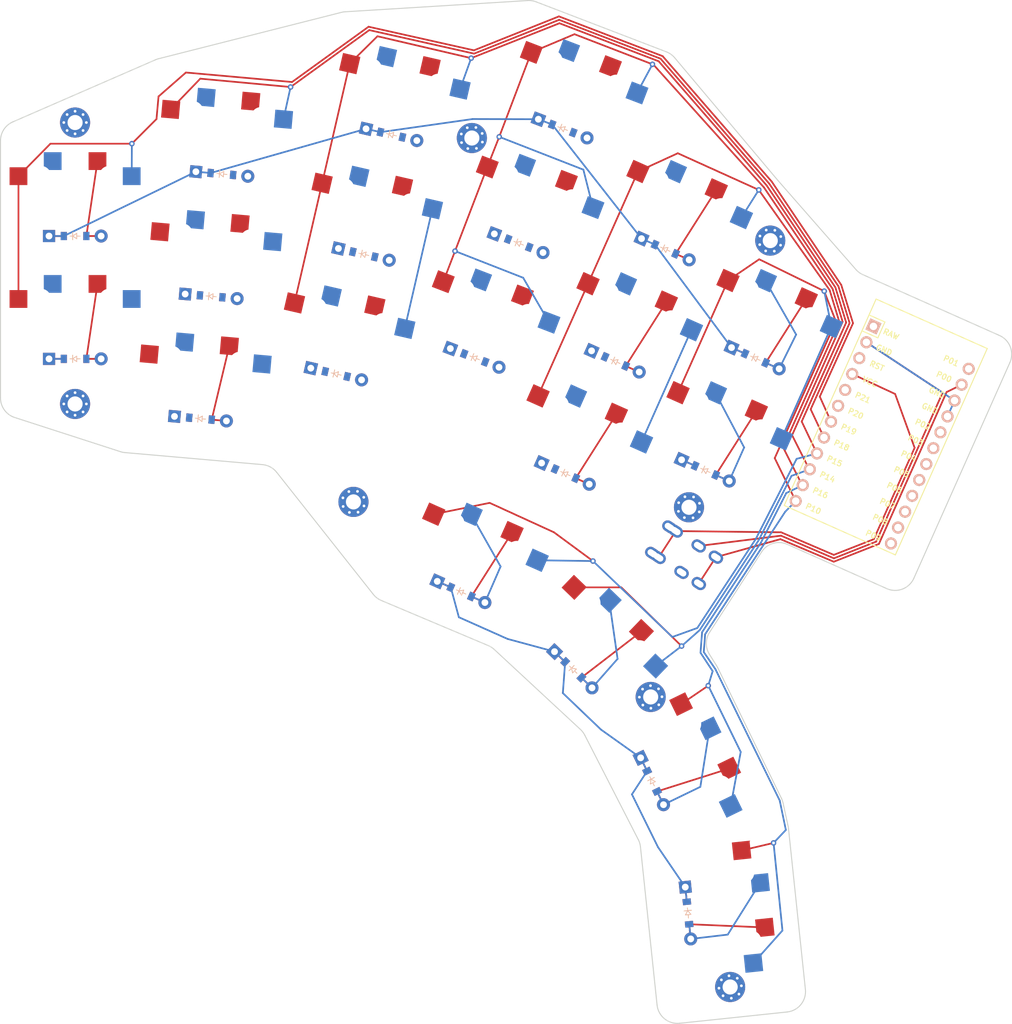
<source format=kicad_pcb>
(kicad_pcb (version 20240108) (generator "pcbnew") (generator_version "8.0")
  (title_block (title "swallowtail_split") (rev "v1.0.0") (company "Unknown"))
  (layers (0 "F.Cu" signal) (31 "B.Cu" signal) (34 "B.Paste" user) (35 "F.Paste" user) (36 "B.SilkS" user "B.Silkscreen") (37 "F.SilkS" user "F.Silkscreen") (38 "B.Mask" user) (39 "F.Mask" user) (44 "Edge.Cuts" user))
  (net 0 "")
  (net 1 "outer_home")
  (net 2 "P19")
  (net 3 "outer_top")
  (net 4 "pinky_bottom")
  (net 5 "P18")
  (net 6 "pinky_home")
  (net 7 "pinky_top")
  (net 8 "ring_bottom")
  (net 9 "P15")
  (net 10 "ring_home")
  (net 11 "ring_top")
  (net 12 "middle_bottom")
  (net 13 "P14")
  (net 14 "middle_home")
  (net 15 "middle_top")
  (net 16 "index_bottom")
  (net 17 "P16")
  (net 18 "index_home")
  (net 19 "index_top")
  (net 20 "inner_home")
  (net 21 "P10")
  (net 22 "inner_top")
  (net 23 "near_thumb")
  (net 24 "home_thumb")
  (net 25 "far_thumb")
  (net 26 "farthest_thumb")
  (net 27 "P7")
  (net 28 "P6")
  (net 29 "P8")
  (net 30 "P9")
  (net 31 "RAW")
  (net 32 "GND")
  (net 33 "RST")
  (net 34 "VCC")
  (net 35 "P21")
  (net 36 "P20")
  (net 37 "P1")
  (net 38 "P0")
  (net 39 "P2")
  (net 40 "P3")
  (net 41 "P4")
  (net 42 "P5")
  (footprint "PG1350" (layer "F.Cu") (at 118.761467 90.811416 -5)
    (property "Reference" "S3" (hide yes))
    (property "Value" "" (hide yes))
  )
  (footprint "ComboDiode" (layer "F.Cu") (at 158.411009 86.907791 -21)
    (property "Reference" "D9" (hide yes))
    (property "Value" "" (hide yes))
  )
  (footprint "ComboDiode" (layer "F.Cu") (at 156.425827 121.115808 -24)
    (property "Reference" "D17" (hide yes))
    (property "Value" "" (hide yes))
  )
  (footprint "MountingHole_2.2mm_M2_Pad_Via" (layer "F.Cu") (at 100 93.64)
    (property "Reference" "_1" (hide yes))
    (property "Value" "")
  )
  (footprint "MountingHole_2.2mm_M2_Pad_Via" (layer "F.Cu") (at 189.737287 108.745314 -24)
    (property "Reference" "_6" (hide yes))
    (property "Value" "")
  )
  (footprint "PG1350" (layer "F.Cu") (at 139.290672 84.393551 -13)
    (property "Reference" "S6" (hide yes))
    (property "Value" "" (hide yes))
  )
  (footprint "ComboDiode" (layer "F.Cu") (at 199.437956 86.957255 -24)
    (property "Reference" "D16" (hide yes))
    (property "Value" "" (hide yes))
  )
  (footprint "ProMicro" (layer "F.Cu") (at 217.980994 98.168666 -114)
    (property "Reference" "MCU1" (hide yes))
    (property "Value" "" (hide yes))
  )
  (footprint "ComboDiode" (layer "F.Cu") (at 184.342748 148.788062 -64)
    (property "Reference" "D19" (hide yes))
    (property "Value" "" (hide yes))
  )
  (footprint "ComboDiode" (layer "F.Cu") (at 100 87.05)
    (property "Reference" "D1" (hide yes))
    (property "Value" "" (hide yes))
  )
  (footprint "MountingHole_2.2mm_M2_Pad_Via" (layer "F.Cu") (at 100 52.51)
    (property "Reference" "_2" (hide yes))
    (property "Value" "")
  )
  (footprint "PG1350" (layer "F.Cu") (at 143.328543 66.903609 -13)
    (property "Reference" "S7" (hide yes))
    (property "Value" "" (hide yes))
  )
  (footprint "MountingHole_2.2mm_M2_Pad_Via" (layer "F.Cu") (at 140.691219 107.955571 -21)
    (property "Reference" "_3" (hide yes))
    (property "Value" "")
  )
  (footprint "MountingHole_2.2mm_M2_Pad_Via" (layer "F.Cu") (at 201.617989 69.767853 -24)
    (property "Reference" "_5" (hide yes))
    (property "Value" "")
  )
  (footprint "PG1350" (layer "F.Cu") (at 120.325913 72.929721 -5)
    (property "Reference" "S4" (hide yes))
    (property "Value" "" (hide yes))
  )
  (footprint "PG1350" (layer "F.Cu") (at 188.313025 66.460282 -24)
    (property "Reference" "S14" (hide yes))
    (property "Value" "" (hide yes))
  )
  (footprint "PG1350" (layer "F.Cu") (at 188.836718 146.596206 -64)
    (property "Reference" "S19" (hide yes))
    (property "Value" "" (hide yes))
  )
  (footprint "ComboDiode" (layer "F.Cu") (at 186.279342 71.028009 -24)
    (property "Reference" "D14" (hide yes))
    (property "Value" "" (hide yes))
  )
  (footprint "ComboDiode" (layer "F.Cu") (at 178.978419 87.42615 -24)
    (property "Reference" "D13" (hide yes))
    (property "Value" "" (hide yes))
  )
  (footprint "ComboDiode" (layer "F.Cu") (at 142.203788 71.775459 -13)
    (property "Reference" "D7" (hide yes))
    (property "Value" "" (hide yes))
  )
  (footprint "PG1350" (layer "F.Cu") (at 173.068258 48.724352 -21)
    (property "Reference" "S11" (hide yes))
    (property "Value" "" (hide yes))
  )
  (footprint "MountingHole_2.2mm_M2_Pad_Via" (layer "F.Cu") (at 184.138065 136.465759 -44)
    (property "Reference" "_7" (hide yes))
    (property "Value" "")
  )
  (footprint "PG1350" (layer "F.Cu") (at 147.366415 49.413666 -13)
    (property "Reference" "S8" (hide yes))
    (property "Value" "" (hide yes))
  )
  (footprint "PG1350" (layer "F.Cu") (at 121.890358 55.048026 -5)
    (property "Reference" "S5" (hide yes))
    (property "Value" "" (hide yes))
  )
  (footprint "PG1350" (layer "F.Cu") (at 100 82.05)
    (property "Reference" "S1" (hide yes))
    (property "Value" "" (hide yes))
  )
  (footprint "MountingHole_2.2mm_M2_Pad_Via" (layer "F.Cu") (at 157.998686 54.775837 -21)
    (property "Reference" "_4" (hide yes))
    (property "Value" "")
  )
  (footprint "ComboDiode" (layer "F.Cu") (at 164.843714 70.150022 -21)
    (property "Reference" "D10" (hide yes))
    (property "Value" "" (hide yes))
  )
  (footprint "ComboDiode" (layer "F.Cu") (at 138.165917 89.265402 -13)
    (property "Reference" "D6" (hide yes))
    (property "Value" "" (hide yes))
  )
  (footprint "PG1350" (layer "F.Cu") (at 173.71118 99.256564 -24)
    (property "Reference" "S12" (hide yes))
    (property "Value" "" (hide yes))
  )
  (footprint "MountingHole_2.2mm_M2_Pad_Via" (layer "F.Cu") (at 195.75706 178.857151 -84)
    (property "Reference" "_8" (hide yes))
    (property "Value" "")
  )
  (footprint "ComboDiode" (layer "F.Cu") (at 119.890134 77.910695 -5)
    (property "Reference" "D4" (hide yes))
    (property "Value" "" (hide yes))
  )
  (footprint "PG1350" (layer "F.Cu") (at 160.202849 82.239889 -21)
    (property "Reference" "S9" (hide yes))
    (property "Value" "" (hide yes))
  )
  (footprint "ComboDiode" (layer "F.Cu") (at 100 69.1)
    (property "Reference" "D2" (hide yes))
    (property "Value" "" (hide yes))
  )
  (footprint "PG1350" (layer "F.Cu") (at 100 64.1)
    (property "Reference" "S2" (hide yes))
    (property "Value" "" (hide yes))
  )
  (footprint "ComboDiode" (layer "F.Cu") (at 172.82397 132.490682 -44)
    (property "Reference" "D18" (hide yes))
    (property "Value" "" (hide yes))
  )
  (footprint "ComboDiode" (layer "F.Cu") (at 121.45458 60.029 -5)
    (property "Reference" "D5" (hide yes))
    (property "Value" "" (hide yes))
  )
  (footprint "ComboDiode" (layer "F.Cu") (at 189.592826 168.042243 -84)
    (property "Reference" "D20" (hide yes))
    (property "Value" "" (hide yes))
  )
  (footprint "TRRS-PJ-320A-dual" (layer "F.Cu") (at 193.851156 121.632753 -123)
    (property "Reference" "TRRS1")
    (property "Value" "TRRS-PJ-320A-dual")
  )
  (footprint "PG1350" (layer "F.Cu") (at 194.170716 98.787669 -24)
    (property "Reference" "S15" (hide yes))
    (property "Value" "" (hide yes))
  )
  (footprint "ComboDiode" (layer "F.Cu") (at 171.276419 53.392254 -21)
    (property "Reference" "D11" (hide yes))
    (property "Value" "" (hide yes))
  )
  (footprint "ComboDiode" (layer "F.Cu") (at 146.241659 54.285516 -13)
    (property "Reference" "D8" (hide yes))
    (property "Value" "" (hide yes))
  )
  (footprint "PG1350" (layer "F.Cu") (at 158.45951 116.548081 -24)
    (property "Reference" "S17" (hide yes))
    (property "Value" "" (hide yes))
  )
  (footprint "ComboDiode" (layer "F.Cu") (at 171.677496 103.824291 -24)
    (property "Reference" "D12" (hide yes))
    (property "Value" "" (hide yes))
  )
  (footprint "PG1350" (layer "F.Cu") (at 176.297262 128.893983 -44)
    (property "Reference" "S18" (hide yes))
    (property "Value" "" (hide yes))
  )
  (footprint "ComboDiode" (layer "F.Cu") (at 118.325689 95.792389 -5)
    (property "Reference" "D3" (hide yes))
    (property "Value" "" (hide yes))
  )
  (footprint "PG1350" (layer "F.Cu") (at 194.565436 167.519601 -84)
    (property "Reference" "S20" (hide yes))
    (property "Value" "" (hide yes))
  )
  (footprint "PG1350" (layer "F.Cu") (at 181.012102 82.858423 -24)
    (property "Reference" "S13" (hide yes))
    (property "Value" "" (hide yes))
  )
  (footprint "PG1350" (layer "F.Cu") (at 201.471639 82.389528 -24)
    (property "Reference" "S16" (hide yes))
    (property "Value" "" (hide yes))
  )
  (footprint "ComboDiode" (layer "F.Cu") (at 192.137033 103.355396 -24)
    (property "Reference" "D15" (hide yes))
    (property "Value" "" (hide yes))
  )
  (footprint "PG1350" (layer "F.Cu") (at 166.635554 65.48212 -21)
    (property "Reference" "S10" (hide yes))
    (property "Value" "" (hide yes))
  )
  (gr_arc (start 222.612491 119.113216) (mid 220.946959 120.693747) (end 218.651646 120.633643) (stroke (width 0.15)) (layer "Edge.Cuts"))
  (gr_circle (center 100 93.64) (end 101 93.64) (stroke (width 0.15)) (fill none) (layer "Edge.Cuts"))
  (gr_line (start 89.1 55.166004) (end 89.1 92.766788) (stroke (width 0.15)) (layer "Edge.Cuts"))
  (gr_arc (start 203.25363 151.290481) (mid 203.391389 151.621906) (end 203.488582 151.96741) (stroke (width 0.15)) (layer "Edge.Cuts"))
  (gr_line (start 111.758095 43.3369) (end 90.902622 52.415316) (stroke (width 0.15)) (layer "Edge.Cuts"))
  (gr_line (start 235.124479 83.635052) (end 215.17193 74.751605) (stroke (width 0.15)) (layer "Edge.Cuts"))
  (gr_circle (center 189.737287 108.745314) (end 190.737287 108.745314) (stroke (width 0.15)) (fill none) (layer "Edge.Cuts"))
  (gr_arc (start 192.734368 130.246706) (mid 192.270694 128.628023) (end 192.752049 127.01451) (stroke (width 0.15)) (layer "Edge.Cuts"))
  (gr_circle (center 100 52.51) (end 101 52.51) (stroke (width 0.15)) (fill none) (layer "Edge.Cuts"))
  (gr_arc (start 166.147697 34.682171) (mid 166.787803 34.71133) (end 167.407116 34.875762) (stroke (width 0.15)) (layer "Edge.Cuts"))
  (gr_line (start 186.428342 42.177327) (end 167.407116 34.875762) (stroke (width 0.15)) (layer "Edge.Cuts"))
  (gr_line (start 202.685039 60.913417) (end 187.648571 43.046372) (stroke (width 0.15)) (layer "Edge.Cuts"))
  (gr_line (start 129.472573 103.633811) (end 143.590841 121.468967) (stroke (width 0.15)) (layer "Edge.Cuts"))
  (gr_arc (start 138.925395 36.4101) (mid 139.199772 36.354038) (end 139.478182 36.323804) (stroke (width 0.15)) (layer "Edge.Cuts"))
  (gr_line (start 188.370716 184.158274) (end 204.084162 182.506724) (stroke (width 0.15)) (layer "Edge.Cuts"))
  (gr_arc (start 160.397259 128.957484) (mid 160.859568 129.201883) (end 161.272414 129.522849) (stroke (width 0.15)) (layer "Edge.Cuts"))
  (gr_line (start 204.095541 114.152848) (end 218.651646 120.633643) (stroke (width 0.15)) (layer "Edge.Cuts"))
  (gr_arc (start 182.330487 157.320563) (mid 182.536168 157.833435) (end 182.644294 158.37533) (stroke (width 0.15)) (layer "Edge.Cuts"))
  (gr_line (start 166.147697 34.682171) (end 139.478182 36.323804) (stroke (width 0.15)) (layer "Edge.Cuts"))
  (gr_arc (start 173.873885 141.217758) (mid 174.224723 141.605537) (end 174.502895 142.048347) (stroke (width 0.15)) (layer "Edge.Cuts"))
  (gr_line (start 161.272414 129.522849) (end 173.873885 141.217757) (stroke (width 0.15)) (layer "Edge.Cuts"))
  (gr_circle (center 157.998686 54.775837) (end 158.998686 54.775837) (stroke (width 0.15)) (fill none) (layer "Edge.Cuts"))
  (gr_line (start 174.502895 142.048347) (end 182.330487 157.320563) (stroke (width 0.15)) (layer "Edge.Cuts"))
  (gr_line (start 214.135369 73.987579) (end 202.723601 60.958331) (stroke (width 0.15)) (layer "Edge.Cuts"))
  (gr_arc (start 235.124479 83.635052) (mid 236.705011 85.300585) (end 236.644906 87.595899) (stroke (width 0.15)) (layer "Edge.Cuts"))
  (gr_circle (center 201.617989 69.767853) (end 202.617989 69.767853) (stroke (width 0.15)) (fill none) (layer "Edge.Cuts"))
  (gr_circle (center 184.138065 136.465759) (end 185.138065 136.465759) (stroke (width 0.15)) (fill none) (layer "Edge.Cuts"))
  (gr_line (start 203.25363 151.290481) (end 193.927499 132.169078) (stroke (width 0.15)) (layer "Edge.Cuts"))
  (gr_line (start 193.767398 131.881919) (end 192.734368 130.246706) (stroke (width 0.15)) (layer "Edge.Cuts"))
  (gr_arc (start 91.17741 95.621403) (mid 89.674328 94.53204) (end 89.1 92.766788) (stroke (width 0.15)) (layer "Edge.Cuts"))
  (gr_line (start 138.925395 36.410099) (end 112.218371 43.179551) (stroke (width 0.15)) (layer "Edge.Cuts"))
  (gr_line (start 91.17741 95.621403) (end 106.629965 100.615555) (stroke (width 0.15)) (layer "Edge.Cuts"))
  (gr_arc (start 188.370716 184.158273) (mid 186.16917 183.506146) (end 185.073565 181.488294) (stroke (width 0.15)) (layer "Edge.Cuts"))
  (gr_arc (start 202.723601 60.958331) (mid 202.704209 60.935969) (end 202.685039 60.913417) (stroke (width 0.15)) (layer "Edge.Cuts"))
  (gr_line (start 192.752049 127.01451) (end 200.356731 115.263561) (stroke (width 0.15)) (layer "Edge.Cuts"))
  (gr_line (start 107.291088 100.749524) (end 127.381823 102.507236) (stroke (width 0.15)) (layer "Edge.Cuts"))
  (gr_arc (start 107.291088 100.749524) (mid 106.956749 100.701181) (end 106.629965 100.615555) (stroke (width 0.15)) (layer "Edge.Cuts"))
  (gr_arc (start 89.1 55.166004) (mid 89.590803 53.52164) (end 90.902622 52.415316) (stroke (width 0.15)) (layer "Edge.Cuts"))
  (gr_arc (start 215.17193 74.751606) (mid 214.612173 74.425864) (end 214.135369 73.987579) (stroke (width 0.15)) (layer "Edge.Cuts"))
  (gr_arc (start 186.428342 42.177327) (mid 187.093574 42.534458) (end 187.648571 43.046372) (stroke (width 0.15)) (layer "Edge.Cuts"))
  (gr_circle (center 195.75706 178.857151) (end 196.75706 178.857151) (stroke (width 0.15)) (fill none) (layer "Edge.Cuts"))
  (gr_arc (start 204.231342 155.379087) (mid 204.261908 155.54067) (end 204.283573 155.703685) (stroke (width 0.15)) (layer "Edge.Cuts"))
  (gr_arc (start 127.381823 102.507236) (mid 128.543426 102.854822) (end 129.472573 103.633811) (stroke (width 0.15)) (layer "Edge.Cuts"))
  (gr_arc (start 200.35673 115.263561) (mid 202.021003 114.017702) (end 204.095541 114.152848) (stroke (width 0.15)) (layer "Edge.Cuts"))
  (gr_line (start 206.754142 179.209573) (end 204.283573 155.703685) (stroke (width 0.15)) (layer "Edge.Cuts"))
  (gr_arc (start 144.777464 122.371265) (mid 144.127215 121.994995) (end 143.590841 121.468967) (stroke (width 0.15)) (layer "Edge.Cuts"))
  (gr_circle (center 140.691219 107.955571) (end 141.691219 107.955571) (stroke (width 0.15)) (fill none) (layer "Edge.Cuts"))
  (gr_arc (start 206.754142 179.209572) (mid 206.102015 181.411119) (end 204.084162 182.506724) (stroke (width 0.15)) (layer "Edge.Cuts"))
  (gr_line (start 222.612492 119.113217) (end 236.644906 87.595899) (stroke (width 0.15)) (layer "Edge.Cuts"))
  (gr_line (start 144.777464 122.371265) (end 160.39726 128.957485) (stroke (width 0.15)) (layer "Edge.Cuts"))
  (gr_line (start 182.644294 158.37533) (end 185.073565 181.488294) (stroke (width 0.15)) (layer "Edge.Cuts"))
  (gr_line (start 204.231342 155.379086) (end 203.488582 151.96741) (stroke (width 0.15)) (layer "Edge.Cuts"))
  (gr_arc (start 111.758095 43.3369) (mid 111.985039 43.248881) (end 112.218371 43.179551) (stroke (width 0.15)) (layer "Edge.Cuts"))
  (gr_arc (start 193.767398 131.881919) (mid 193.851385 132.023304) (end 193.927499 132.169078) (stroke (width 0.15)) (layer "Edge.Cuts"))
  (segment (start 101.65 87.05) (end 103.81 87.05) (width 0.25) (layer "F.Cu") (net 1))
  (segment (start 103.275 76.1) (end 101.65 87.05) (width 0.25) (layer "F.Cu") (net 1))
  (segment (start 112.2 48.7) (end 116.2 45.2) (width 0.25) (layer "F.Cu") (net 2))
  (segment (start 158.30078 41.957303) (end 170.72449 36.998743) (width 0.25) (layer "F.Cu") (net 2))
  (segment (start 208.857678 92.567272) (end 210.503222 96.229536) (width 0.25) (layer "F.Cu") (net 2))
  (segment (start 131.714911 46.589351) (end 142.899999 38.509103) (width 0.25) (layer "F.Cu") (net 2))
  (segment (start 116.2 45.2) (end 131.714911 46.589351) (width 0.25) (layer "F.Cu") (net 2))
  (segment (start 211.994875 76.244031) (end 213.714453 81.842187) (width 0.25) (layer "F.Cu") (net 2))
  (segment (start 201.830013 61.139687) (end 211.994875 76.244031) (width 0.25) (layer "F.Cu") (net 2))
  (segment (start 170.72449 36.998743) (end 185.884612 42.807065) (width 0.25) (layer "F.Cu") (net 2))
  (segment (start 108.3 55.6) (end 111.9 52) (width 0.25) (layer "F.Cu") (net 2))
  (segment (start 185.884612 42.807065) (end 201.830013 61.139687) (width 0.25) (layer "F.Cu") (net 2))
  (segment (start 142.899999 38.509103) (end 158.30078 41.957303) (width 0.25) (layer "F.Cu") (net 2))
  (segment (start 111.9 52) (end 112.2 48.7) (width 0.25) (layer "F.Cu") (net 2))
  (segment (start 213.714453 81.842187) (end 208.857678 92.567272) (width 0.25) (layer "F.Cu") (net 2))
  (segment (start 96.4 55.6) (end 91.725 60.35) (width 0.25) (layer "F.Cu") (net 2))
  (segment (start 91.725 60.35) (end 91.725 78.3) (width 0.25) (layer "F.Cu") (net 2))
  (segment (start 108.3 55.6) (end 96.4 55.6) (width 0.25) (layer "F.Cu") (net 2))
  (via (at 108.3 55.6) (size 0.8) (drill 0.4) (layers "F.Cu" "B.Cu") (net 2))
  (segment (start 108.275 60.35) (end 108.3 55.6) (width 0.25) (layer "B.Cu") (net 2))
  (segment (start 103.275 58.15) (end 101.65 69.1) (width 0.25) (layer "F.Cu") (net 3))
  (segment (start 101.65 69.1) (end 103.81 69.1) (width 0.25) (layer "F.Cu") (net 3))
  (segment (start 122.542581 85.169493) (end 119.96941 95.936196) (width 0.25) (layer "F.Cu") (net 4))
  (segment (start 119.96941 95.936196) (end 122.121191 96.124452) (width 0.25) (layer "F.Cu") (net 4))
  (segment (start 158.324014 42.439402) (end 170.761504 37.49963) (width 0.25) (layer "F.Cu") (net 5))
  (segment (start 201.465775 61.44075) (end 211.580204 76.43876) (width 0.25) (layer "F.Cu") (net 5))
  (segment (start 143 39) (end 158.324014 42.439402) (width 0.25) (layer "F.Cu") (net 5))
  (segment (start 118.3 46.1) (end 113.973681 50.591082) (width 0.25) (layer "F.Cu") (net 5))
  (segment (start 211.580204 76.43876) (end 213.216227 81.818563) (width 0.25) (layer "F.Cu") (net 5))
  (segment (start 185.578499 43.175509) (end 201.465775 61.44075) (width 0.25) (layer "F.Cu") (net 5))
  (segment (start 213.216227 81.818563) (end 207.525305 94.422029) (width 0.25) (layer "F.Cu") (net 5))
  (segment (start 170.761504 37.49963) (end 185.578499 43.175509) (width 0.25) (layer "F.Cu") (net 5))
  (segment (start 131.5 47.321212) (end 118.3 46.1) (width 0.25) (layer "F.Cu") (net 5))
  (segment (start 131.5 47.321212) (end 143 39) (width 0.25) (layer "F.Cu") (net 5))
  (segment (start 207.525305 94.422029) (end 209.470111 98.549941) (width 0.25) (layer "F.Cu") (net 5))
  (via (at 131.5 47.321212) (size 0.8) (drill 0.4) (layers "F.Cu" "B.Cu") (net 5))
  (segment (start 130.460703 52.03351) (end 131.5 47.321212) (width 0.25) (layer "B.Cu") (net 5))
  (segment (start 185.31132 43.559369) (end 201.079926 61.689963) (width 0.25) (layer "F.Cu") (net 9))
  (segment (start 212.714453 81.744532) (end 206.213681 96.210836) (width 0.25) (layer "F.Cu") (net 9))
  (segment (start 201.079926 61.689963) (end 211.137269 76.604551) (width 0.25) (layer "F.Cu") (net 9))
  (segment (start 206.213681 96.210836) (end 208.437 100.870346) (width 0.25) (layer "F.Cu") (net 9))
  (segment (start 136.109197 61.388251) (end 132.071326 78.878193) (width 0.25) (layer "F.Cu") (net 9))
  (segment (start 140.147069 43.898308) (end 144.2 39.9) (width 0.25) (layer "F.Cu") (net 9))
  (segment (start 170.8 38) (end 185.31132 43.559369) (width 0.25) (layer "F.Cu") (net 9))
  (segment (start 211.137269 76.604551) (end 212.714453 81.744532) (width 0.25) (layer "F.Cu") (net 9))
  (segment (start 170 112.4) (end 175.7 116.6) (width 0.25) (layer "F.Cu") (net 9))
  (segment (start 160.6 108.1) (end 170 112.4) (width 0.25) (layer "F.Cu") (net 9))
  (segment (start 144.2 39.9) (end 157.9 43.1) (width 0.25) (layer "F.Cu") (net 9))
  (segment (start 157.9 43.1) (end 170.8 38) (width 0.25) (layer "F.Cu") (net 9))
  (segment (start 157.9 43.1) (end 158 43.1) (width 0.25) (layer "F.Cu") (net 9))
  (segment (start 140.147069 43.898308) (end 136.109197 61.388251) (width 0.25) (layer "F.Cu") (net 9))
  (segment (start 152.425184 109.75654) (end 160.6 108.1) (width 0.25) (layer "F.Cu") (net 9))
  (via (at 157.9 43.1) (size 0.8) (drill 0.4) (layers "F.Cu" "B.Cu") (net 9))
  (via (at 175.7 116.6) (size 0.8) (drill 0.4) (layers "F.Cu" "B.Cu") (net 9))
  (segment (start 205.472266 101.666403) (end 208.437 100.870346) (width 0.25) (layer "B.Cu") (net 9))
  (segment (start 175.7 116.6) (end 187.295784 127.701043) (width 0.25) (layer "B.Cu") (net 9))
  (segment (start 167.544361 116.488031) (end 175.7 116.6) (width 0.25) (layer "B.Cu") (net 9))
  (segment (start 190.954507 126.38495) (end 199.493941 113.389112) (width 0.25) (layer "B.Cu") (net 9))
  (segment (start 199.493941 113.389112) (end 205.472266 101.666403) (width 0.25) (layer "B.Cu") (net 9))
  (segment (start 187.295784 127.701043) (end 190.954507 126.38495) (width 0.25) (layer "B.Cu") (net 9))
  (segment (start 148.197151 82.601133) (end 152.235022 65.111191) (width 0.25) (layer "B.Cu") (net 9))
  (segment (start 156.272894 47.621248) (end 157.9 43.1) (width 0.25) (layer "B.Cu") (net 9))
  (segment (start 172.949694 120.448161) (end 179.848161 120.448161) (width 0.25) (layer "F.Cu") (net 13))
  (segment (start 212.198786 81.630383) (end 204.808508 98.208189) (width 0.25) (layer "F.Cu") (net 13))
  (segment (start 200.7 62) (end 210.72456 76.808794) (width 0.25) (layer "F.Cu") (net 13))
  (segment (start 184.5 44) (end 200.7 62) (width 0.25) (layer "F.Cu") (net 13))
  (segment (start 210.72456 76.808794) (end 212.198786 81.630383) (width 0.25) (layer "F.Cu") (net 13))
  (segment (start 184.4 44) (end 184.5 44) (width 0.25) (layer "F.Cu") (net 13))
  (segment (start 159.3 61.5) (end 155.539192 71.3) (width 0.25) (layer "F.Cu") (net 13))
  (segment (start 166.68676 42.257931) (end 173 39.6) (width 0.25) (layer "F.Cu") (net 13))
  (segment (start 204.808508 98.208189) (end 207.2357 103.022563) (width 0.25) (layer "F.Cu") (net 13))
  (segment (start 166.68676 42.257931) (end 162 54.6) (width 0.25) (layer "F.Cu") (net 13))
  (segment (start 155.539192 71.3) (end 153.821351 75.773468) (width 0.25) (layer "F.Cu") (net 13))
  (segment (start 173 39.6) (end 184.4 44) (width 0.25) (layer "F.Cu") (net 13))
  (segment (start 179.848161 120.448161) (end 188.654385 129.030738) (width 0.25) (layer "F.Cu") (net 13))
  (segment (start 162 54.6) (end 160.254056 59.015699) (width 0.25) (layer "F.Cu") (net 13))
  (segment (start 207.2357 103.022563) (end 207.403889 103.190752) (width 0.25) (layer "F.Cu") (net 13))
  (segment (start 160.254056 59.015699) (end 159.3 61.5) (width 0.25) (layer "F.Cu") (net 13))
  (via (at 188.654385 129.030738) (size 0.8) (drill 0.4) (layers "F.Cu" "B.Cu") (net 13))
  (via (at 155.539192 71.3) (size 0.8) (drill 0.4) (layers "F.Cu" "B.Cu") (net 13))
  (via (at 162 54.6) (size 0.8) (drill 0.4) (layers "F.Cu" "B.Cu") (net 13))
  (via (at 184.4 44) (size 0.8) (drill 0.4) (layers "F.Cu" "B.Cu") (net 13))
  (segment (start 155.539192 71.3) (end 165.5 75.2) (width 0.25) (layer "B.Cu") (net 13))
  (segment (start 199.883641 113.625461) (end 204.730049 104.146181) (width 0.25) (layer "B.Cu") (net 13))
  (segment (start 188.654385 129.030738) (end 191.3 126.7) (width 0.25) (layer "B.Cu") (net 13))
  (segment (start 182.137516 48.18892) (end 184.4 44) (width 0.25) (layer "B.Cu") (net 13))
  (segment (start 191.3 126.7) (end 199.883641 113.625461) (width 0.25) (layer "B.Cu") (net 13))
  (segment (start 175.704812 64.946688) (end 174.3 59.4) (width 0.25) (layer "B.Cu") (net 13))
  (segment (start 165.5 75.2) (end 169.272107 81.704457) (width 0.25) (layer "B.Cu") (net 13))
  (segment (start 174.3 59.4) (end 162 54.6) (width 0.25) (layer "B.Cu") (net 13))
  (segment (start 184.854768 131.944757) (end 188.654385 129.030738) (width 0.25) (layer "B.Cu") (net 13))
  (segment (start 204.730049 104.146181) (end 207.403889 103.190752) (width 0.25) (layer "B.Cu") (net 13))
  (segment (start 173.184846 104.495406) (end 175.158104 105.373958) (width 0.25) (layer "F.Cu") (net 16))
  (segment (start 179.123124 95.153031) (end 173.184846 104.495406) (width 0.25) (layer "F.Cu") (net 16))
  (segment (start 188.1 57) (end 182.278699 59.668741) (width 0.25) (layer "F.Cu") (net 17))
  (segment (start 203.5 100) (end 206.2 105.340379) (width 0.25) (layer "F.Cu") (net 17))
  (segment (start 199.941434 62.358566) (end 210.3 77) (width 0.25) (layer "F.Cu") (net 17))
  (segment (start 182.278699 59.668741) (end 174.977776 76.066882) (width 0.25) (layer "F.Cu") (net 17))
  (segment (start 199.941434 62.358566) (end 188.1 57) (width 0.25) (layer "F.Cu") (net 17))
  (segment (start 210.3 77) (end 211.7 81.6) (width 0.25) (layer "F.Cu") (net 17))
  (segment (start 211.7 81.6) (end 203.5 100) (width 0.25) (layer "F.Cu") (net 17))
  (segment (start 174.977776 76.066882) (end 167.676854 92.465023) (width 0.25) (layer "F.Cu") (net 17))
  (segment (start 188.579674 137.514793) (end 192.551723 134.815701) (width 0.25) (layer "F.Cu") (net 17))
  (segment (start 206.2 105.340379) (end 206.370778 105.511157) (width 0.25) (layer "F.Cu") (net 17))
  (via (at 199.941434 62.358566) (size 0.8) (drill 0.4) (layers "F.Cu" "B.Cu") (net 17))
  (via (at 192.551723 134.815701) (size 0.8) (drill 0.4) (layers "F.Cu" "B.Cu") (net 17))
  (segment (start 192.551723 134.815701) (end 193.2 132.7) (width 0.25) (layer "B.Cu") (net 17))
  (segment (start 182.796031 99.196514) (end 190.096953 82.798373) (width 0.25) (layer "B.Cu") (net 17))
  (segment (start 197.3 144.5) (end 195.834717 152.389835) (width 0.25) (layer "B.Cu") (net 17))
  (segment (start 191.42091 129.997867) (end 191.656216 127) (width 0.25) (layer "B.Cu") (net 17))
  (segment (start 193.2 132.7) (end 191.42091 129.997867) (width 0.25) (layer "B.Cu") (net 17))
  (segment (start 192.551723 134.815701) (end 197.3 144.5) (width 0.25) (layer "B.Cu") (net 17))
  (segment (start 203.95585 106.664654) (end 206.370778 105.511157) (width 0.25) (layer "B.Cu") (net 17))
  (segment (start 197.397876 66.400232) (end 199.941434 62.358566) (width 0.25) (layer "B.Cu") (net 17))
  (segment (start 191.656216 127) (end 200.252217 113.911329) (width 0.25) (layer "B.Cu") (net 17))
  (segment (start 200.252217 113.911329) (end 203.95585 106.664654) (width 0.25) (layer "B.Cu") (net 17))
  (segment (start 180.485769 88.097265) (end 182.459027 88.975817) (width 0.25) (layer "F.Cu") (net 18))
  (segment (start 186.424046 78.75489) (end 180.485769 88.097265) (width 0.25) (layer "F.Cu") (net 18))
  (segment (start 187.786692 71.699124) (end 189.75995 72.577676) (width 0.25) (layer "F.Cu") (net 19))
  (segment (start 193.724969 62.356749) (end 187.786692 71.699124) (width 0.25) (layer "F.Cu") (net 19))
  (segment (start 199.58266 94.684136) (end 193.644383 104.026511) (width 0.25) (layer "F.Cu") (net 20))
  (segment (start 193.644383 104.026511) (end 195.617641 104.905063) (width 0.25) (layer "F.Cu") (net 20))
  (segment (start 193.598938 92.020011) (end 197.8 100) (width 0.25) (layer "B.Cu") (net 20))
  (segment (start 195.617641 104.905063) (end 193.644383 104.026511) (width 0.25) (layer "B.Cu") (net 20))
  (segment (start 197.8 100) (end 195.617641 104.905063) (width 0.25) (layer "B.Cu") (net 20))
  (segment (start 202.272586 101.560541) (end 205.337667 107.831563) (width 0.25) (layer "F.Cu") (net 21))
  (segment (start 188.13639 91.996128) (end 195.437313 75.597987) (width 0.25) (layer "F.Cu") (net 21))
  (segment (start 197.42992 158.897951) (end 202.1 157.8) (width 0.25) (layer "F.Cu") (net 21))
  (segment (start 200 72.5) (end 195.437313 75.597987) (width 0.25) (layer "F.Cu") (net 21))
  (segment (start 209.506023 77.152961) (end 200 72.5) (width 0.25) (layer "F.Cu") (net 21))
  (segment (start 209.506023 77.152961) (end 211.2108 81.57311) (width 0.25) (layer "F.Cu") (net 21))
  (segment (start 211.2108 81.57311) (end 202.272586 101.560541) (width 0.25) (layer "F.Cu") (net 21))
  (via (at 209.506023 77.152961) (size 0.8) (drill 0.4) (layers "F.Cu" "B.Cu") (net 21))
  (via (at 202.1 157.8) (size 0.8) (drill 0.4) (layers "F.Cu" "B.Cu") (net 21))
  (segment (start 203 151.6) (end 193.6 132.4) (width 0.25) (layer "B.Cu") (net 21))
  (segment (start 202.1 157.8) (end 203.9 155.9) (width 0.25) (layer "B.Cu") (net 21))
  (segment (start 203.4 170.6) (end 199.159866 175.357288) (width 0.25) (layer "B.Cu") (net 21))
  (segment (start 203.8 109.4) (end 205.337667 107.831563) (width 0.25) (layer "B.Cu") (net 21))
  (segment (start 193.6 132.4) (end 191.9 129.9) (width 0.25) (layer "B.Cu") (net 21))
  (segment (start 202.1 157.8) (end 203.4 170.6) (width 0.25) (layer "B.Cu") (net 21))
  (segment (start 210.55649 82.329478) (end 203.255567 98.727619) (width 0.25) (layer "B.Cu") (net 21))
  (segment (start 203.9 155.9) (end 203 151.6) (width 0.25) (layer "B.Cu") (net 21))
  (segment (start 191.9 129.9) (end 192.1 127.3) (width 0.25) (layer "B.Cu") (net 21))
  (segment (start 210.55649 82.329478) (end 209.506023 77.152961) (width 0.25) (layer "B.Cu") (net 21))
  (segment (start 192.1 127.3) (end 203.8 109.4) (width 0.25) (layer "B.Cu") (net 21))
  (segment (start 200.945306 87.62837) (end 202.918564 88.506922) (width 0.25) (layer "F.Cu") (net 22))
  (segment (start 206.883583 78.285995) (end 200.945306 87.62837) (width 0.25) (layer "F.Cu") (net 22))
  (segment (start 205.4 83.5) (end 202.918564 88.506922) (width 0.25) (layer "B.Cu") (net 22))
  (segment (start 200.899861 75.62187) (end 205.4 83.5) (width 0.25) (layer "B.Cu") (net 22))
  (segment (start 202.918564 88.506922) (end 200.945306 87.62837) (width 0.25) (layer "B.Cu") (net 22))
  (segment (start 157.933177 121.786923) (end 159.906435 122.665475) (width 0.25) (layer "F.Cu") (net 23))
  (segment (start 163.871454 112.444548) (end 157.933177 121.786923) (width 0.25) (layer "F.Cu") (net 23))
  (segment (start 159.906435 122.665475) (end 157.933177 121.786923) (width 0.25) (layer "B.Cu") (net 23))
  (segment (start 162.2 117.4) (end 159.906435 122.665475) (width 0.25) (layer "B.Cu") (net 23))
  (segment (start 157.887732 109.780423) (end 162.2 117.4) (width 0.25) (layer "B.Cu") (net 23))
  (segment (start 182.786317 126.888917) (end 174.010881 133.636868) (width 0.25) (layer "F.Cu") (net 24))
  (segment (start 174.010881 133.636868) (end 175.564655 135.13733) (width 0.25) (layer "F.Cu") (net 24))
  (segment (start 178.074641 122.338905) (end 179.3 130.9) (width 0.25) (layer "B.Cu") (net 24))
  (segment (start 179.3 130.9) (end 175.564655 135.13733) (width 0.25) (layer "B.Cu") (net 24))
  (segment (start 175.564655 135.13733) (end 174.010881 133.636868) (width 0.25) (layer "B.Cu") (net 24))
  (segment (start 195.620208 146.931448) (end 185.06606 150.271072) (width 0.25) (layer "F.Cu") (net 25))
  (segment (start 185.06606 150.271072) (end 186.012942 152.212467) (width 0.25) (layer "F.Cu") (net 25))
  (segment (start 191.4 149.6) (end 186.012942 152.212467) (width 0.25) (layer "B.Cu") (net 25))
  (segment (start 192.748877 141.044347) (end 191.4 149.6) (width 0.25) (layer "B.Cu") (net 25))
  (segment (start 186.012942 152.212467) (end 185.06606 150.271072) (width 0.25) (layer "B.Cu") (net 25))
  (segment (start 189.765298 169.683204) (end 189.991079 171.831371) (width 0.25) (layer "F.Cu") (net 26))
  (segment (start 200.825172 170.154716) (end 189.765298 169.683204) (width 0.25) (layer "F.Cu") (net 26))
  (segment (start 189.991079 171.831371) (end 189.765298 169.683204) (width 0.25) (layer "B.Cu") (net 26))
  (segment (start 200.140511 163.640597) (end 195.4 171.2) (width 0.25) (layer "B.Cu") (net 26))
  (segment (start 195.4 171.2) (end 189.991079 171.831371) (width 0.25) (layer "B.Cu") (net 26))
  (segment (start 190.629683 102.684281) (end 188.656425 101.805729) (width 0.25) (layer "F.Cu") (net 27))
  (segment (start 96.19 87.05) (end 98.35 87.05) (width 0.25) (layer "F.Cu") (net 27))
  (segment (start 190.629683 102.684281) (end 188.656425 101.805729) (width 0.25) (layer "B.Cu") (net 27))
  (segment (start 96.19 87.05) (end 98.35 87.05) (width 0.25) (layer "B.Cu") (net 27))
  (segment (start 197.930606 86.28614) (end 195.957348 85.407588) (width 0.25) (layer "F.Cu") (net 28))
  (segment (start 98.35 69.1) (end 96.19 69.1) (width 0.25) (layer "F.Cu") (net 28))
  (segment (start 144.633948 53.914347) (end 142.529309 53.428452) (width 0.25) (layer "B.Cu") (net 28))
  (segment (start 117.659078 59.696937) (end 98.35 69.1) (width 0.25) (layer "B.Cu") (net 28))
  (segment (start 98.35 69.1) (end 96.19 69.1) (width 0.25) (layer "B.Cu") (net 28))
  (segment (start 197.930606 86.28614) (end 195.957348 85.407588) (width 0.25) (layer "B.Cu") (net 28))
  (segment (start 142.529309 53.428452) (end 119.810859 59.885193) (width 0.25) (layer "B.Cu") (net 28))
  (segment (start 119.810859 59.885193) (end 117.659078 59.696937) (width 0.25) (layer "B.Cu") (net 28))
  (segment (start 167.719478 52.026872) (end 158.1 52) (width 0.25) (layer "B.Cu") (net 28))
  (segment (start 169.736011 52.800947) (end 167.719478 52.026872) (width 0.25) (layer "B.Cu") (net 28))
  (segment (start 158.1 52) (end 144.633948 53.914347) (width 0.25) (layer "B.Cu") (net 28))
  (segment (start 182.798734 69.478342) (end 169.736011 52.800947) (width 0.25) (layer "B.Cu") (net 28))
  (segment (start 184.771992 70.356894) (end 182.798734 69.478342) (width 0.25) (layer "B.Cu") (net 28))
  (segment (start 195.957348 85.407588) (end 184.771992 70.356894) (width 0.25) (layer "B.Cu") (net 28))
  (segment (start 182.672554 145.363657) (end 183.619436 147.305052) (width 0.25) (layer "F.Cu") (net 30))
  (segment (start 189.194573 164.253115) (end 189.420354 166.401282) (width 0.25) (layer "F.Cu") (net 30))
  (segment (start 154.918477 120.444693) (end 152.945219 119.566141) (width 0.25) (layer "F.Cu") (net 30))
  (segment (start 170.083285 129.844034) (end 171.583747 131.344496) (width 0.25) (layer "F.Cu") (net 30))
  (segment (start 185.2 158.4) (end 181.4 150.7) (width 0.25) (layer "B.Cu") (net 30))
  (segment (start 171.637059 131.344496) (end 170.083285 129.844034) (width 0.25) (layer "B.Cu") (net 30))
  (segment (start 189.420354 166.401282) (end 189.194573 164.253115) (width 0.25) (layer "B.Cu") (net 30))
  (segment (start 176.875798 141.236302) (end 171.3 135.9) (width 0.25) (layer "B.Cu") (net 30))
  (segment (start 154.918477 120.444693) (end 152.945219 119.566141) (width 0.25) (layer "B.Cu") (net 30))
  (segment (start 189.194573 164.253115) (end 185.2 158.4) (width 0.25) (layer "B.Cu") (net 30))
  (segment (start 171.3 135.9) (end 171.637059 131.344496) (width 0.25) (layer "B.Cu") (net 30))
  (segment (start 182.672554 145.363657) (end 176.875798 141.236302) (width 0.25) (layer "B.Cu") (net 30))
  (segment (start 183.619436 147.305052) (end 182.672554 145.363657) (width 0.25) (layer "B.Cu") (net 30))
  (segment (start 156.099999 124.812044) (end 154.918477 120.444693) (width 0.25) (layer "B.Cu") (net 30))
  (segment (start 163.216134 127.983865) (end 156.099999 124.812044) (width 0.25) (layer "B.Cu") (net 30))
  (segment (start 170.083285 129.844034) (end 163.216134 127.983865) (width 0.25) (layer "B.Cu") (net 30))
  (segment (start 181.4 150.7) (end 183.619436 147.305052) (width 0.25) (layer "B.Cu") (net 30))
  (segment (start 203.189044 112.894137) (end 210.921507 116.203921) (width 0.25) (layer "F.Cu") (net 32))
  (segment (start 210.921507 116.203921) (end 217.101477 113.76133) (width 0.25) (layer "F.Cu") (net 32))
  (segment (start 217.101477 113.76133) (end 226.811279 91.986234) (width 0.25) (layer "F.Cu") (net 32))
  (segment (start 226.811279 91.986234) (end 215.668777 84.627508) (width 0.25) (layer "F.Cu") (net 32))
  (segment (start 191.156738 114.398106) (end 203.189044 112.894137) (width 0.25) (layer "F.Cu") (net 32))
  (segment (start 215.668777 84.627508) (end 228.558099 93.14658) (width 0.25) (layer "B.Cu") (net 32))
  (segment (start 228.558099 93.14658) (end 227.524988 95.466986) (width 0.25) (layer "B.Cu") (net 32))
  (segment (start 185.296716 116.077435) (end 187.802056 112.21955) (width 0.25) (layer "F.Cu") (net 34))
  (segment (start 203.2 112.4) (end 210.9 115.7) (width 0.25) (layer "F.Cu") (net 34))
  (segment (start 219.869072 92.184488) (end 213.602555 89.268319) (width 0.25) (layer "F.Cu") (net 34))
  (segment (start 187.802056 112.21955) (end 203.2 112.4) (width 0.25) (layer "F.Cu") (net 34))
  (segment (start 210.9 115.7) (end 216.75258 113.406894) (width 0.25) (layer "F.Cu") (net 34))
  (segment (start 216.75258 113.406894) (end 222.720399 100.051655) (width 0.25) (layer "F.Cu") (net 34))
  (segment (start 222.720399 100.051655) (end 219.869072 92.184488) (width 0.25) (layer "F.Cu") (net 34))
  (segment (start 203.1 113.4) (end 210.9 116.7) (width 0.25) (layer "F.Cu") (net 38))
  (segment (start 217.5 114.1) (end 227.4 91.9) (width 0.25) (layer "F.Cu") (net 38))
  (segment (start 193.67275 116.032023) (end 203.1 113.4) (width 0.25) (layer "F.Cu") (net 38))
  (segment (start 227.4 91.9) (end 229.59121 90.826175) (width 0.25) (layer "F.Cu") (net 38))
  (segment (start 210.9 116.7) (end 217.5 114.1) (width 0.25) (layer "F.Cu") (net 38))
  (segment (start 191.16741 119.889908) (end 193.67275 116.032023) (width 0.25) (layer "F.Cu") (net 38))
)
</source>
